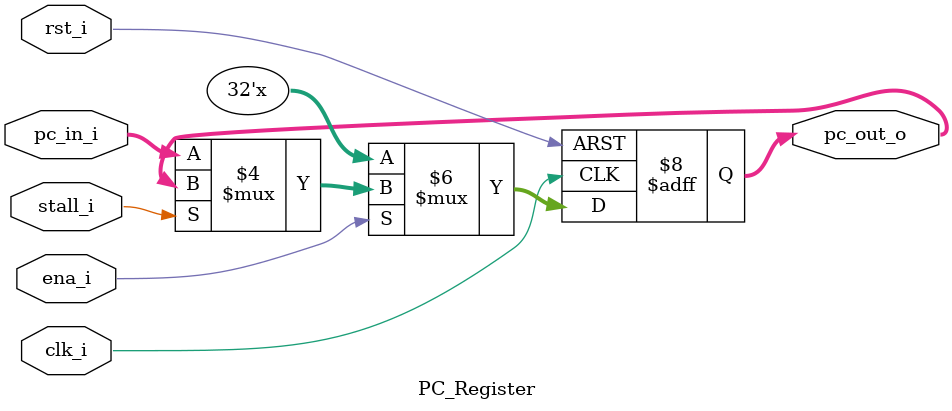
<source format=v>
`timescale 1ns / 1ps

module PC_Register (
    input  wire        clk_i,
    input  wire        ena_i,
    input  wire        rst_i,
    input  wire        stall_i,
    input  wire [31:0] pc_in_i,
    output reg  [31:0] pc_out_o
);

    parameter PC_START_ADDR = 32'h00400000;

    always @(posedge clk_i or posedge rst_i) begin
        if (rst_i) begin
            pc_out_o <= PC_START_ADDR;
        end
        else if (ena_i) begin
            if (stall_i) begin
                // Í£¶Ù, PC ±£³Ö²»±ä
                pc_out_o <= pc_out_o;
            end
            else begin
                // Õý³£¸üÐÂ
                pc_out_o <= pc_in_i;
            end
        end
        else begin
            pc_out_o <= 32'bz; // ¸ß×èÌ¬
        end
    end

endmodule

</source>
